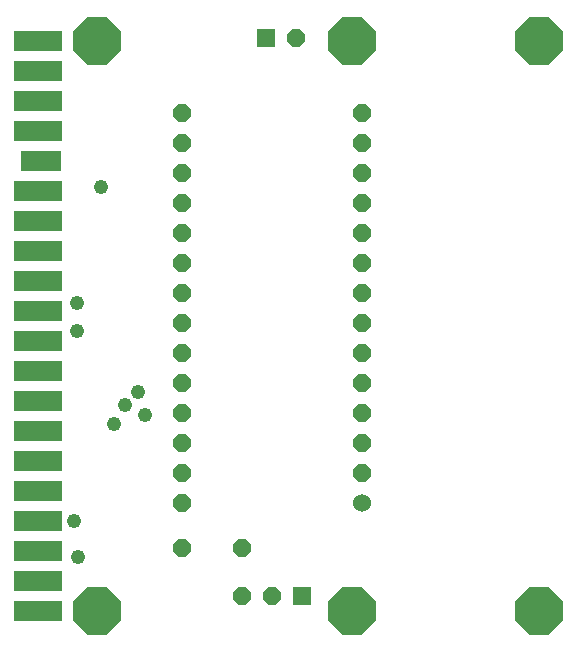
<source format=gbr>
G04 EAGLE Gerber RS-274X export*
G75*
%MOMM*%
%FSLAX34Y34*%
%LPD*%
%INSoldermask Top*%
%IPPOS*%
%AMOC8*
5,1,8,0,0,1.08239X$1,22.5*%
G01*
%ADD10P,4.343848X8X22.500000*%
%ADD11C,1.524000*%
%ADD12P,1.649562X8X202.500000*%
%ADD13P,1.649562X8X112.500000*%
%ADD14R,1.524000X1.524000*%
%ADD15P,1.649562X8X292.500000*%
%ADD16R,4.140200X1.727200*%
%ADD17R,3.505200X1.727200*%
%ADD18P,1.649562X8X22.500000*%
%ADD19C,1.219200*%


D10*
X449580Y723900D03*
X449580Y241300D03*
X290830Y723900D03*
X74930Y723900D03*
X290830Y241300D03*
X74930Y241300D03*
D11*
X299720Y332740D03*
D12*
X299720Y358140D03*
X299720Y383540D03*
X299720Y408940D03*
X299720Y434340D03*
X299720Y459740D03*
X299720Y485140D03*
X299720Y510540D03*
X299720Y535940D03*
X299720Y561340D03*
X299720Y586740D03*
X299720Y612140D03*
X299720Y637540D03*
X299720Y662940D03*
X147320Y662940D03*
X147320Y637540D03*
X147320Y612140D03*
X147320Y586740D03*
X147320Y561340D03*
X147320Y535940D03*
X147320Y510540D03*
X147320Y485140D03*
X147320Y459740D03*
X147320Y434340D03*
X147320Y408940D03*
X147320Y383540D03*
X147320Y358140D03*
X147320Y332740D03*
D13*
X243840Y726440D03*
D14*
X218440Y726440D03*
D15*
X223520Y254000D03*
D14*
X248920Y254000D03*
D15*
X198120Y254000D03*
D16*
X25400Y241300D03*
X25400Y266700D03*
X25400Y292100D03*
X25400Y317500D03*
X25400Y342900D03*
X25400Y368300D03*
X25400Y393700D03*
X25400Y419100D03*
X25400Y444500D03*
X25400Y469900D03*
X25400Y495300D03*
X25400Y520700D03*
X25400Y546100D03*
X25400Y571500D03*
X25400Y596900D03*
D17*
X27940Y622300D03*
D16*
X25400Y647700D03*
X25400Y673100D03*
X25400Y698500D03*
X25400Y723900D03*
D18*
X147320Y294640D03*
X198120Y294640D03*
D19*
X55269Y317500D03*
X58063Y501627D03*
X58135Y478096D03*
X115779Y407017D03*
X89565Y399547D03*
X110270Y426393D03*
X58802Y286814D03*
X78282Y600084D03*
X98466Y415201D03*
M02*

</source>
